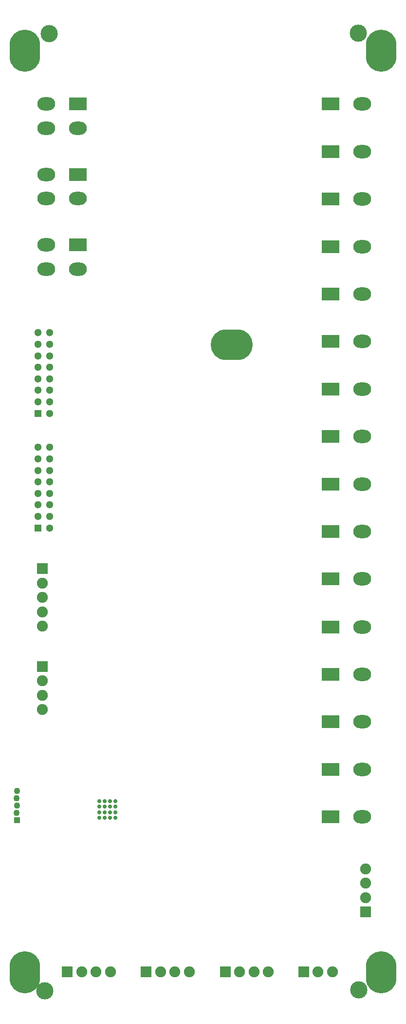
<source format=gbs>
G04*
G04 #@! TF.GenerationSoftware,Altium Limited,Altium Designer,21.8.1 (53)*
G04*
G04 Layer_Color=16711935*
%FSLAX44Y44*%
%MOMM*%
G71*
G04*
G04 #@! TF.SameCoordinates,C21CB1A8-5196-45B6-BCC0-1EF7E4A1402D*
G04*
G04*
G04 #@! TF.FilePolarity,Negative*
G04*
G01*
G75*
%ADD19R,1.1000X1.1000*%
%ADD38C,3.0000*%
%ADD39O,7.3000X5.3000*%
%ADD40O,3.1000X2.3000*%
%ADD41R,3.1000X2.3000*%
%ADD42O,5.3000X7.3000*%
%ADD43C,1.3000*%
%ADD44R,1.3000X1.3000*%
%ADD45C,1.1000*%
%ADD46C,0.7000*%
%ADD47C,1.9000*%
%ADD48R,1.9000X1.9000*%
%ADD49R,1.9000X1.9000*%
D19*
X-13500Y264100D02*
D03*
D38*
X34750Y-32250D02*
D03*
X581000Y-30250D02*
D03*
X579750Y1631000D02*
D03*
X42500Y1630000D02*
D03*
D39*
X360000Y1090000D02*
D03*
D40*
X37000Y1507914D02*
D03*
Y1465914D02*
D03*
X92000D02*
D03*
X586936Y599247D02*
D03*
X586750Y683750D02*
D03*
X37000Y1263250D02*
D03*
Y1221250D02*
D03*
X92000D02*
D03*
X37000Y1385582D02*
D03*
Y1343582D02*
D03*
X92000D02*
D03*
X586936Y1507914D02*
D03*
Y1095330D02*
D03*
Y1177847D02*
D03*
Y1260363D02*
D03*
Y765264D02*
D03*
Y1342880D02*
D03*
Y847780D02*
D03*
Y1425397D02*
D03*
Y270164D02*
D03*
Y352680D02*
D03*
Y435197D02*
D03*
Y930297D02*
D03*
Y517714D02*
D03*
Y1012814D02*
D03*
D41*
X92000Y1507914D02*
D03*
X531936Y599247D02*
D03*
X531750Y683750D02*
D03*
X92000Y1263250D02*
D03*
Y1385582D02*
D03*
X531936Y1507914D02*
D03*
Y1095330D02*
D03*
Y1177847D02*
D03*
Y1260363D02*
D03*
Y765264D02*
D03*
Y1342880D02*
D03*
Y847780D02*
D03*
Y1425397D02*
D03*
Y270164D02*
D03*
Y352680D02*
D03*
Y435197D02*
D03*
Y930297D02*
D03*
Y517714D02*
D03*
Y1012814D02*
D03*
D42*
X0Y1600000D02*
D03*
X620000D02*
D03*
Y0D02*
D03*
X0D02*
D03*
D43*
X43000Y791750D02*
D03*
Y771750D02*
D03*
Y831750D02*
D03*
Y811750D02*
D03*
Y851750D02*
D03*
Y871750D02*
D03*
Y891750D02*
D03*
Y911750D02*
D03*
X23000D02*
D03*
Y891750D02*
D03*
Y871750D02*
D03*
Y851750D02*
D03*
Y831750D02*
D03*
Y811750D02*
D03*
Y791750D02*
D03*
X43000Y990750D02*
D03*
Y970750D02*
D03*
Y1030750D02*
D03*
Y1010750D02*
D03*
Y1050750D02*
D03*
Y1070750D02*
D03*
Y1090750D02*
D03*
Y1110750D02*
D03*
X23000D02*
D03*
Y1090750D02*
D03*
Y1070750D02*
D03*
Y1050750D02*
D03*
Y1030750D02*
D03*
Y1010750D02*
D03*
Y990750D02*
D03*
D44*
Y771750D02*
D03*
Y970750D02*
D03*
D45*
X-13500Y289500D02*
D03*
X-14500Y302200D02*
D03*
Y276800D02*
D03*
X-13500Y314900D02*
D03*
D46*
X129000Y296950D02*
D03*
X138333D02*
D03*
X147667D02*
D03*
X157000D02*
D03*
X129000Y287617D02*
D03*
X138333D02*
D03*
X147667D02*
D03*
X157000D02*
D03*
X129000Y268950D02*
D03*
X138333D02*
D03*
X147667D02*
D03*
X157000D02*
D03*
Y278283D02*
D03*
X147667D02*
D03*
X138333D02*
D03*
X129000D02*
D03*
D47*
X592750Y180000D02*
D03*
Y130000D02*
D03*
Y155000D02*
D03*
X509750Y1000D02*
D03*
X534750D02*
D03*
X423500D02*
D03*
X373500D02*
D03*
X398500D02*
D03*
X148500D02*
D03*
X98500D02*
D03*
X123500D02*
D03*
X286000D02*
D03*
X236000D02*
D03*
X261000D02*
D03*
X30000Y651000D02*
D03*
Y676000D02*
D03*
Y626000D02*
D03*
Y601000D02*
D03*
Y456250D02*
D03*
Y506250D02*
D03*
Y481250D02*
D03*
D48*
X592750Y105000D02*
D03*
X30000Y701000D02*
D03*
Y531250D02*
D03*
D49*
X484750Y1000D02*
D03*
X348500D02*
D03*
X73500D02*
D03*
X211000D02*
D03*
M02*

</source>
